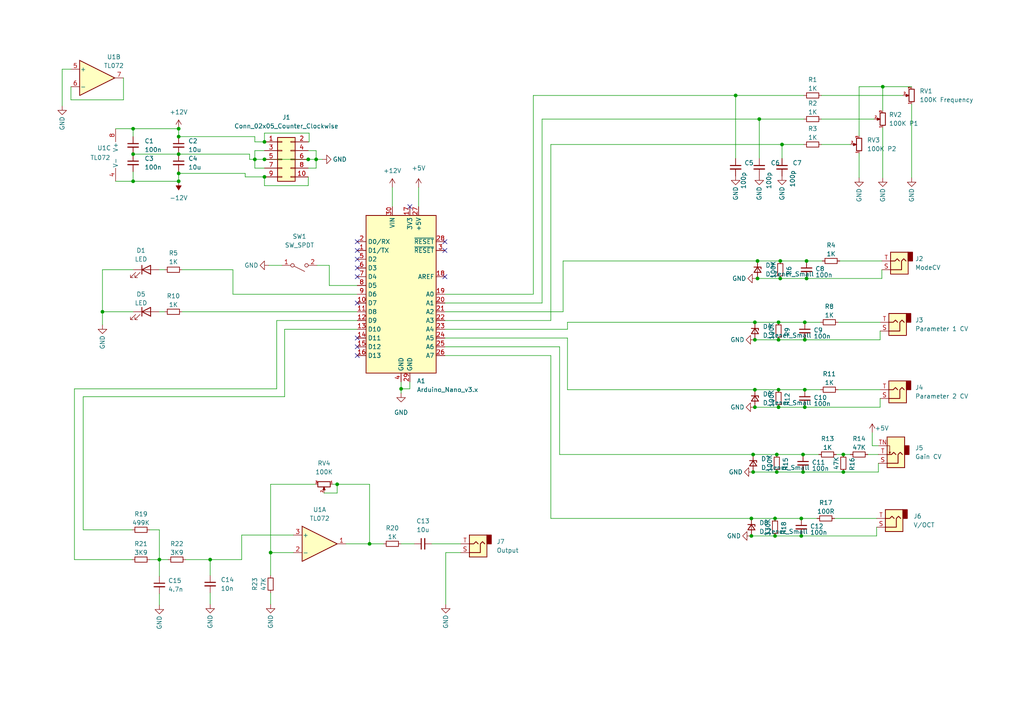
<source format=kicad_sch>
(kicad_sch (version 20211123) (generator eeschema)
  (paper "A4")
  (lib_symbols
    (symbol "Amplifier_Operational:TL072" (pin_names (offset 0.127))
      (property "Reference" "U" (at 0 5.08 0))
      (property "Value" "TL072" (at 0 -5.08 0))
      (symbol "TL072_1_1"
        (polyline (pts (xy -5.08 5.08) (xy 5.08 0) (xy -5.08 -5.08) (xy -5.08 5.08)) (stroke (width 0.254)) (fill (type background)))
        (pin output line (at 7.62 0 180) (length 2.54) (name "~") (number "1"))
        (pin input line (at -7.62 -2.54 0) (length 2.54) (name "-") (number "2"))
        (pin input line (at -7.62 2.54 0) (length 2.54) (name "+") (number "3"))
      )
      (symbol "TL072_2_1"
        (polyline (pts (xy -5.08 5.08) (xy 5.08 0) (xy -5.08 -5.08) (xy -5.08 5.08)) (stroke (width 0.254)) (fill (type background)))
        (pin input line (at -7.62 2.54 0) (length 2.54) (name "+") (number "5"))
        (pin input line (at -7.62 -2.54 0) (length 2.54) (name "-") (number "6"))
        (pin output line (at 7.62 0 180) (length 2.54) (name "~") (number "7"))
      )
      (symbol "TL072_3_1"
        (pin power_in line (at -2.54 -7.62 90) (length 3.81) (name "V-") (number "4"))
        (pin power_in line (at -2.54 7.62 270) (length 3.81) (name "V+") (number "8"))
      )
    )
    (symbol "Connector:AudioJack2"
      (property "Reference" "J" (at 0 8.89 0))
      (property "Value" "AudioJack2" (at 0 6.35 0))
      (symbol "AudioJack2_0_1"
        (rectangle (start -3.81 0) (end -2.54 -2.54) (stroke (width 0.254)) (fill (type outline)))
        (rectangle (start -2.54 3.81) (end 2.54 -2.54) (stroke (width 0.254)) (fill (type background)))
        (polyline (pts (xy 0 0) (xy 0.635 -0.635) (xy 1.27 0) (xy 2.54 0)) (stroke (width 0.254)))
        (polyline (pts (xy 2.54 2.54) (xy -0.635 2.54) (xy -0.635 0) (xy -1.27 -0.635) (xy -1.905 0)) (stroke (width 0.254)))
      )
      (symbol "AudioJack2_1_1"
        (pin passive line (at 5.08 2.54 180) (length 2.54) (name "~") (number "S"))
        (pin passive line (at 5.08 0 180) (length 2.54) (name "~") (number "T"))
      )
    )
    (symbol "Connector:AudioJack2_SwitchT"
      (property "Reference" "J" (at 0 8.89 0))
      (property "Value" "AudioJack2_SwitchT" (at 0 6.35 0))
      (symbol "AudioJack2_SwitchT_0_1"
        (rectangle (start -2.54 0) (end -3.81 -2.54) (stroke (width 0.254)) (fill (type outline)))
        (polyline (pts (xy 1.778 -0.254) (xy 2.032 -0.762)))
        (polyline (pts (xy 0 0) (xy 0.635 -0.635) (xy 1.27 0) (xy 2.54 0)) (stroke (width 0.254)))
        (polyline (pts (xy 2.54 -2.54) (xy 1.778 -2.54) (xy 1.778 -0.254) (xy 1.524 -0.762)))
        (polyline (pts (xy 2.54 2.54) (xy -0.635 2.54) (xy -0.635 0) (xy -1.27 -0.635) (xy -1.905 0)) (stroke (width 0.254)))
        (rectangle (start 2.54 3.81) (end -2.54 -5.08) (stroke (width 0.254)) (fill (type background)))
      )
      (symbol "AudioJack2_SwitchT_1_1"
        (pin passive line (at 5.08 2.54 180) (length 2.54) (name "~") (number "S"))
        (pin passive line (at 5.08 0 180) (length 2.54) (name "~") (number "T"))
        (pin passive line (at 5.08 -2.54 180) (length 2.54) (name "~") (number "TN"))
      )
    )
    (symbol "Connector_Generic:Conn_02x05_Odd_Even" (pin_names (offset 1.016) hide)
      (property "Reference" "J" (at 1.27 7.62 0))
      (property "Value" "Conn_02x05_Odd_Even" (at 1.27 -7.62 0))
      (symbol "Conn_02x05_Odd_Even_1_1"
        (rectangle (start -1.27 -4.953) (end 0 -5.207) (stroke (width 0.1524)))
        (rectangle (start -1.27 -2.413) (end 0 -2.667) (stroke (width 0.1524)))
        (rectangle (start -1.27 0.127) (end 0 -0.127) (stroke (width 0.1524)))
        (rectangle (start -1.27 2.667) (end 0 2.413) (stroke (width 0.1524)))
        (rectangle (start -1.27 5.207) (end 0 4.953) (stroke (width 0.1524)))
        (rectangle (start -1.27 6.35) (end 3.81 -6.35) (stroke (width 0.254)) (fill (type background)))
        (rectangle (start 3.81 -4.953) (end 2.54 -5.207) (stroke (width 0.1524)))
        (rectangle (start 3.81 -2.413) (end 2.54 -2.667) (stroke (width 0.1524)))
        (rectangle (start 3.81 0.127) (end 2.54 -0.127) (stroke (width 0.1524)))
        (rectangle (start 3.81 2.667) (end 2.54 2.413) (stroke (width 0.1524)))
        (rectangle (start 3.81 5.207) (end 2.54 4.953) (stroke (width 0.1524)))
        (pin passive line (at -5.08 5.08 0) (length 3.81) (name "Pin_1") (number "1"))
        (pin passive line (at 7.62 -5.08 180) (length 3.81) (name "Pin_10") (number "10"))
        (pin passive line (at 7.62 5.08 180) (length 3.81) (name "Pin_2") (number "2"))
        (pin passive line (at -5.08 2.54 0) (length 3.81) (name "Pin_3") (number "3"))
        (pin passive line (at 7.62 2.54 180) (length 3.81) (name "Pin_4") (number "4"))
        (pin passive line (at -5.08 0 0) (length 3.81) (name "Pin_5") (number "5"))
        (pin passive line (at 7.62 0 180) (length 3.81) (name "Pin_6") (number "6"))
        (pin passive line (at -5.08 -2.54 0) (length 3.81) (name "Pin_7") (number "7"))
        (pin passive line (at 7.62 -2.54 180) (length 3.81) (name "Pin_8") (number "8"))
        (pin passive line (at -5.08 -5.08 0) (length 3.81) (name "Pin_9") (number "9"))
      )
    )
    (symbol "Device:C_Small" (pin_numbers hide) (pin_names (offset 0.254) hide)
      (property "Reference" "C" (at 0.254 1.778 0))
      (property "Value" "C_Small" (at 0.254 -2.032 0))
      (symbol "C_Small_0_1"
        (polyline (pts (xy -1.524 -0.508) (xy 1.524 -0.508)) (stroke (width 0.3302)))
        (polyline (pts (xy -1.524 0.508) (xy 1.524 0.508)) (stroke (width 0.3048)))
      )
      (symbol "C_Small_1_1"
        (pin passive line (at 0 2.54 270) (length 2.032) (name "~") (number "1"))
        (pin passive line (at 0 -2.54 90) (length 2.032) (name "~") (number "2"))
      )
    )
    (symbol "Device:D_Zener_Small" (pin_numbers hide) (pin_names (offset 0.254) hide)
      (property "Reference" "D" (at 0 2.286 0))
      (property "Value" "D_Zener_Small" (at 0 -2.286 0))
      (symbol "D_Zener_Small_0_1"
        (polyline (pts (xy 0.762 0) (xy -0.762 0)))
        (polyline (pts (xy -0.254 1.016) (xy -0.762 1.016) (xy -0.762 -1.016)) (stroke (width 0.254)))
        (polyline (pts (xy 0.762 1.016) (xy -0.762 0) (xy 0.762 -1.016) (xy 0.762 1.016)) (stroke (width 0.254)))
      )
      (symbol "D_Zener_Small_1_1"
        (pin passive line (at -2.54 0 0) (length 1.778) (name "K") (number "1"))
        (pin passive line (at 2.54 0 180) (length 1.778) (name "A") (number "2"))
      )
    )
    (symbol "Device:LED" (pin_numbers hide) (pin_names (offset 1.016) hide)
      (property "Reference" "D" (at 0 2.54 0))
      (property "Value" "LED" (at 0 -2.54 0))
      (symbol "LED_0_1"
        (polyline (pts (xy -1.27 -1.27) (xy -1.27 1.27)) (stroke (width 0.254)))
        (polyline (pts (xy -1.27 0) (xy 1.27 0)))
        (polyline (pts (xy 1.27 -1.27) (xy 1.27 1.27) (xy -1.27 0) (xy 1.27 -1.27)) (stroke (width 0.254)))
        (polyline (pts (xy -3.048 -0.762) (xy -4.572 -2.286) (xy -3.81 -2.286) (xy -4.572 -2.286) (xy -4.572 -1.524)))
        (polyline (pts (xy -1.778 -0.762) (xy -3.302 -2.286) (xy -2.54 -2.286) (xy -3.302 -2.286) (xy -3.302 -1.524)))
      )
      (symbol "LED_1_1"
        (pin passive line (at -3.81 0 0) (length 2.54) (name "K") (number "1"))
        (pin passive line (at 3.81 0 180) (length 2.54) (name "A") (number "2"))
      )
    )
    (symbol "Device:R_Potentiometer_Small" (pin_names (offset 1.016) hide)
      (property "Reference" "RV" (at -4.445 0 90))
      (property "Value" "R_Potentiometer_Small" (at -2.54 0 90))
      (symbol "R_Potentiometer_Small_0_1"
        (polyline (pts (xy 0.889 0) (xy 0.635 0) (xy 1.651 0.381) (xy 1.651 -0.381) (xy 0.635 0) (xy 0.889 0)) (fill (type outline)))
        (rectangle (start 0.762 1.8034) (end -0.762 -1.8034) (stroke (width 0.254)))
      )
      (symbol "R_Potentiometer_Small_1_1"
        (pin passive line (at 0 2.54 270) (length 0.635) (name "1") (number "1"))
        (pin passive line (at 2.54 0 180) (length 0.9906) (name "2") (number "2"))
        (pin passive line (at 0 -2.54 90) (length 0.635) (name "3") (number "3"))
      )
    )
    (symbol "Device:R_Small" (pin_numbers hide) (pin_names (offset 0.254) hide)
      (property "Reference" "R" (at 0.762 0.508 0))
      (property "Value" "R_Small" (at 0.762 -1.016 0))
      (symbol "R_Small_0_1"
        (rectangle (start -0.762 1.778) (end 0.762 -1.778) (stroke (width 0.2032)))
      )
      (symbol "R_Small_1_1"
        (pin passive line (at 0 2.54 270) (length 0.762) (name "~") (number "1"))
        (pin passive line (at 0 -2.54 90) (length 0.762) (name "~") (number "2"))
      )
    )
    (symbol "MCU_Module:Arduino_Nano_v3.x"
      (property "Reference" "A" (at -10.16 23.495 0))
      (property "Value" "Arduino_Nano_v3.x" (at 5.08 -24.13 0))
      (symbol "Arduino_Nano_v3.x_0_1"
        (rectangle (start -10.16 22.86) (end 10.16 -22.86) (stroke (width 0.254)) (fill (type background)))
      )
      (symbol "Arduino_Nano_v3.x_1_1"
        (pin bidirectional line (at -12.7 12.7 0) (length 2.54) (name "D1/TX") (number "1"))
        (pin bidirectional line (at -12.7 -2.54 0) (length 2.54) (name "D7") (number "10"))
        (pin bidirectional line (at -12.7 -5.08 0) (length 2.54) (name "D8") (number "11"))
        (pin bidirectional line (at -12.7 -7.62 0) (length 2.54) (name "D9") (number "12"))
        (pin bidirectional line (at -12.7 -10.16 0) (length 2.54) (name "D10") (number "13"))
        (pin bidirectional line (at -12.7 -12.7 0) (length 2.54) (name "D11") (number "14"))
        (pin bidirectional line (at -12.7 -15.24 0) (length 2.54) (name "D12") (number "15"))
        (pin bidirectional line (at -12.7 -17.78 0) (length 2.54) (name "D13") (number "16"))
        (pin power_out line (at 2.54 25.4 270) (length 2.54) (name "3V3") (number "17"))
        (pin input line (at 12.7 5.08 180) (length 2.54) (name "AREF") (number "18"))
        (pin bidirectional line (at 12.7 0 180) (length 2.54) (name "A0") (number "19"))
        (pin bidirectional line (at -12.7 15.24 0) (length 2.54) (name "D0/RX") (number "2"))
        (pin bidirectional line (at 12.7 -2.54 180) (length 2.54) (name "A1") (number "20"))
        (pin bidirectional line (at 12.7 -5.08 180) (length 2.54) (name "A2") (number "21"))
        (pin bidirectional line (at 12.7 -7.62 180) (length 2.54) (name "A3") (number "22"))
        (pin bidirectional line (at 12.7 -10.16 180) (length 2.54) (name "A4") (number "23"))
        (pin bidirectional line (at 12.7 -12.7 180) (length 2.54) (name "A5") (number "24"))
        (pin bidirectional line (at 12.7 -15.24 180) (length 2.54) (name "A6") (number "25"))
        (pin bidirectional line (at 12.7 -17.78 180) (length 2.54) (name "A7") (number "26"))
        (pin power_out line (at 5.08 25.4 270) (length 2.54) (name "+5V") (number "27"))
        (pin input line (at 12.7 15.24 180) (length 2.54) (name "~{RESET}") (number "28"))
        (pin power_in line (at 2.54 -25.4 90) (length 2.54) (name "GND") (number "29"))
        (pin input line (at 12.7 12.7 180) (length 2.54) (name "~{RESET}") (number "3"))
        (pin power_in line (at -2.54 25.4 270) (length 2.54) (name "VIN") (number "30"))
        (pin power_in line (at 0 -25.4 90) (length 2.54) (name "GND") (number "4"))
        (pin bidirectional line (at -12.7 10.16 0) (length 2.54) (name "D2") (number "5"))
        (pin bidirectional line (at -12.7 7.62 0) (length 2.54) (name "D3") (number "6"))
        (pin bidirectional line (at -12.7 5.08 0) (length 2.54) (name "D4") (number "7"))
        (pin bidirectional line (at -12.7 2.54 0) (length 2.54) (name "D5") (number "8"))
        (pin bidirectional line (at -12.7 0 0) (length 2.54) (name "D6") (number "9"))
      )
    )
    (symbol "Switch:SW_SPST" (pin_names (offset 0) hide)
      (property "Reference" "SW" (at 0 3.175 0))
      (property "Value" "SW_SPST" (at 0 -2.54 0))
      (symbol "SW_SPST_0_0"
        (circle (center -2.032 0) (radius 0.508))
        (polyline (pts (xy -1.524 0.254) (xy 1.524 1.778)))
        (circle (center 2.032 0) (radius 0.508))
      )
      (symbol "SW_SPST_1_1"
        (pin passive line (at -5.08 0 0) (length 2.54) (name "A") (number "1"))
        (pin passive line (at 5.08 0 180) (length 2.54) (name "B") (number "2"))
      )
    )
    (symbol "power:+12V" (power) (pin_names (offset 0))
      (property "Value" "+12V" (at 0 3.556 0))
      (symbol "+12V_0_1"
        (polyline (pts (xy -0.762 1.27) (xy 0 2.54)))
        (polyline (pts (xy 0 0) (xy 0 2.54)))
        (polyline (pts (xy 0 2.54) (xy 0.762 1.27)))
      )
      (symbol "+12V_1_1"
        (pin power_in line (at 0 0 90) (length 0) hide (name "+12V") (number "1"))
      )
    )
    (symbol "power:+5V" (power) (pin_names (offset 0))
      (property "Value" "+5V" (at 0 3.556 0))
      (symbol "+5V_0_1"
        (polyline (pts (xy -0.762 1.27) (xy 0 2.54)))
        (polyline (pts (xy 0 0) (xy 0 2.54)))
        (polyline (pts (xy 0 2.54) (xy 0.762 1.27)))
      )
      (symbol "+5V_1_1"
        (pin power_in line (at 0 0 90) (length 0) hide (name "+5V") (number "1"))
      )
    )
    (symbol "power:-12V" (power) (pin_names (offset 0))
      (property "Value" "-12V" (at 0 3.81 0))
      (symbol "-12V_0_0"
        (pin power_in line (at 0 0 90) (length 0) hide (name "-12V") (number "1"))
      )
      (symbol "-12V_0_1"
        (polyline (pts (xy 0 0) (xy 0 1.27) (xy 0.762 1.27) (xy 0 2.54) (xy -0.762 1.27) (xy 0 1.27)) (fill (type outline)))
      )
    )
    (symbol "power:GND" (power) (pin_names (offset 0))
      (property "Value" "GND" (at 0 -3.81 0))
      (symbol "GND_0_1"
        (polyline (pts (xy 0 0) (xy 0 -1.27) (xy 1.27 -1.27) (xy 0 -2.54) (xy -1.27 -1.27) (xy 0 -1.27)))
      )
      (symbol "GND_1_1"
        (pin power_in line (at 0 0 270) (length 0) hide (name "GND") (number "1"))
      )
    )
  )
  (junction (at 51.816 52.578))
  (junction (at 213.36 27.686))
  (junction (at 89.408 46.228))
  (junction (at 51.816 39.624))
  (junction (at 226.314 75.692))
  (junction (at 116.332 112.776))
  (junction (at 218.44 136.906))
  (junction (at 244.602 131.826))
  (junction (at 97.79 140.462))
  (junction (at 51.816 50.292))
  (junction (at 76.708 51.308))
  (junction (at 224.79 150.368))
  (junction (at 76.708 46.228))
  (junction (at 225.806 113.03))
  (junction (at 232.41 150.368))
  (junction (at 218.948 118.11))
  (junction (at 226.314 80.772))
  (junction (at 232.41 155.448))
  (junction (at 220.218 34.544))
  (junction (at 107.188 157.734))
  (junction (at 38.608 44.704))
  (junction (at 233.426 113.03))
  (junction (at 219.71 75.692))
  (junction (at 225.806 118.11))
  (junction (at 256.032 25.146))
  (junction (at 218.948 113.03))
  (junction (at 217.932 155.448))
  (junction (at 217.932 150.368))
  (junction (at 218.948 98.552))
  (junction (at 78.486 160.274))
  (junction (at 76.708 41.148))
  (junction (at 91.694 46.228))
  (junction (at 233.426 118.11))
  (junction (at 29.718 90.424))
  (junction (at 244.602 136.906))
  (junction (at 225.806 93.472))
  (junction (at 38.608 37.338))
  (junction (at 225.806 98.552))
  (junction (at 38.608 52.578))
  (junction (at 233.426 93.472))
  (junction (at 225.298 131.826))
  (junction (at 46.228 162.306))
  (junction (at 219.71 80.772))
  (junction (at 226.822 41.91))
  (junction (at 232.918 131.826))
  (junction (at 73.914 46.228))
  (junction (at 233.934 75.692))
  (junction (at 224.79 155.448))
  (junction (at 218.948 93.472))
  (junction (at 218.44 131.826))
  (junction (at 233.934 80.772))
  (junction (at 60.96 162.306))
  (junction (at 51.816 37.338))
  (junction (at 232.918 136.906))
  (junction (at 51.816 44.704))
  (junction (at 225.298 136.906))
  (junction (at 233.426 98.552))
  (no_connect (at 103.632 103.124))
  (no_connect (at 103.632 100.584))
  (no_connect (at 103.632 98.044))
  (no_connect (at 103.632 87.884))
  (no_connect (at 103.632 70.104))
  (no_connect (at 129.032 70.104))
  (no_connect (at 129.032 80.264))
  (no_connect (at 103.632 77.724))
  (no_connect (at 103.632 72.644))
  (no_connect (at 103.632 75.184))
  (no_connect (at 129.032 72.644))
  (no_connect (at 118.872 59.944))
  (no_connect (at 103.632 80.264))
  (wire (pts (xy 43.434 153.67) (xy 46.228 153.67)))
  (wire (pts (xy 24.13 115.062) (xy 24.13 153.67)))
  (wire (pts (xy 254.762 136.906) (xy 254.762 134.366)))
  (wire (pts (xy 107.188 157.734) (xy 111.252 157.734)))
  (wire (pts (xy 242.062 150.368) (xy 254.254 150.368)))
  (wire (pts (xy 256.032 25.146) (xy 249.174 25.146)))
  (wire (pts (xy 52.832 90.424) (xy 103.632 90.424)))
  (wire (pts (xy 51.816 52.578) (xy 51.816 50.292)))
  (wire (pts (xy 80.264 112.776) (xy 80.264 92.964)))
  (wire (pts (xy 254.762 129.286) (xy 252.984 129.286)))
  (wire (pts (xy 78.486 160.274) (xy 78.486 166.878)))
  (wire (pts (xy 116.332 112.776) (xy 116.332 114.046)))
  (wire (pts (xy 77.978 76.962) (xy 81.788 76.962)))
  (wire (pts (xy 76.708 51.308) (xy 76.708 53.848)))
  (wire (pts (xy 95.504 76.962) (xy 95.504 82.804)))
  (wire (pts (xy 225.298 136.906) (xy 232.918 136.906)))
  (wire (pts (xy 21.59 112.776) (xy 80.264 112.776)))
  (wire (pts (xy 38.354 153.67) (xy 24.13 153.67)))
  (wire (pts (xy 220.218 34.544) (xy 220.218 45.974)))
  (wire (pts (xy 80.264 92.964) (xy 103.632 92.964)))
  (wire (pts (xy 91.694 46.228) (xy 91.694 48.768)))
  (wire (pts (xy 163.322 75.692) (xy 163.322 90.424)))
  (wire (pts (xy 238.252 41.91) (xy 246.634 41.91)))
  (wire (pts (xy 218.948 118.11) (xy 225.806 118.11)))
  (wire (pts (xy 159.766 103.124) (xy 159.766 150.368)))
  (wire (pts (xy 89.408 53.848) (xy 89.408 51.308)))
  (wire (pts (xy 51.816 37.338) (xy 51.816 39.624)))
  (wire (pts (xy 29.718 90.424) (xy 38.608 90.424)))
  (wire (pts (xy 76.708 51.308) (xy 71.12 51.308)))
  (wire (pts (xy 243.586 75.692) (xy 255.778 75.692)))
  (wire (pts (xy 163.322 75.692) (xy 219.71 75.692)))
  (wire (pts (xy 33.528 37.338) (xy 38.608 37.338)))
  (wire (pts (xy 38.608 52.578) (xy 51.816 52.578)))
  (wire (pts (xy 233.172 34.544) (xy 220.218 34.544)))
  (wire (pts (xy 72.39 44.704) (xy 72.39 46.228)))
  (wire (pts (xy 217.932 155.448) (xy 224.79 155.448)))
  (wire (pts (xy 217.932 150.368) (xy 224.79 150.368)))
  (wire (pts (xy 71.12 51.308) (xy 71.12 50.292)))
  (wire (pts (xy 232.918 136.906) (xy 244.602 136.906)))
  (wire (pts (xy 164.592 98.044) (xy 164.592 113.03)))
  (wire (pts (xy 78.486 171.958) (xy 78.486 175.26)))
  (wire (pts (xy 249.174 44.45) (xy 249.174 51.562)))
  (wire (pts (xy 51.816 44.704) (xy 72.39 44.704)))
  (wire (pts (xy 243.078 113.03) (xy 255.27 113.03)))
  (wire (pts (xy 162.306 131.826) (xy 218.44 131.826)))
  (wire (pts (xy 18.034 20.066) (xy 18.034 30.734)))
  (wire (pts (xy 219.71 80.772) (xy 226.314 80.772)))
  (wire (pts (xy 89.662 41.148) (xy 89.662 38.608)))
  (wire (pts (xy 213.36 27.686) (xy 213.36 45.974)))
  (wire (pts (xy 233.934 75.692) (xy 238.506 75.692)))
  (wire (pts (xy 53.848 162.306) (xy 60.96 162.306)))
  (wire (pts (xy 251.714 131.826) (xy 254.762 131.826)))
  (wire (pts (xy 38.608 44.704) (xy 51.816 44.704)))
  (wire (pts (xy 256.032 37.084) (xy 256.032 51.562)))
  (wire (pts (xy 78.486 160.274) (xy 78.486 140.462)))
  (wire (pts (xy 97.79 143.002) (xy 97.79 140.462)))
  (wire (pts (xy 226.822 41.91) (xy 233.172 41.91)))
  (wire (pts (xy 73.914 41.148) (xy 76.708 41.148)))
  (wire (pts (xy 35.814 28.956) (xy 35.814 22.606)))
  (wire (pts (xy 73.914 46.228) (xy 73.914 48.768)))
  (wire (pts (xy 233.426 113.03) (xy 237.998 113.03)))
  (wire (pts (xy 107.188 157.734) (xy 107.188 140.462)))
  (wire (pts (xy 129.286 160.274) (xy 129.286 175.26)))
  (wire (pts (xy 29.718 90.424) (xy 29.718 94.234)))
  (wire (pts (xy 91.694 43.688) (xy 91.694 46.228)))
  (wire (pts (xy 60.96 162.306) (xy 70.104 162.306)))
  (wire (pts (xy 226.314 75.692) (xy 233.934 75.692)))
  (wire (pts (xy 154.686 85.344) (xy 154.686 27.686)))
  (wire (pts (xy 218.44 136.906) (xy 225.298 136.906)))
  (wire (pts (xy 225.806 118.11) (xy 233.426 118.11)))
  (wire (pts (xy 219.456 80.772) (xy 219.71 80.772)))
  (wire (pts (xy 67.564 85.344) (xy 67.564 78.232)))
  (wire (pts (xy 93.98 143.002) (xy 97.79 143.002)))
  (wire (pts (xy 218.948 113.03) (xy 225.806 113.03)))
  (wire (pts (xy 164.592 113.03) (xy 218.948 113.03)))
  (wire (pts (xy 91.694 48.768) (xy 89.408 48.768)))
  (wire (pts (xy 71.12 50.292) (xy 51.816 50.292)))
  (wire (pts (xy 70.104 155.194) (xy 85.09 155.194)))
  (wire (pts (xy 225.806 113.03) (xy 233.426 113.03)))
  (wire (pts (xy 38.608 49.784) (xy 38.608 52.578)))
  (wire (pts (xy 29.718 78.232) (xy 38.608 78.232)))
  (wire (pts (xy 224.79 155.448) (xy 232.41 155.448)))
  (wire (pts (xy 159.766 92.964) (xy 159.766 41.91)))
  (wire (pts (xy 103.632 95.504) (xy 82.55 95.504)))
  (wire (pts (xy 157.226 34.544) (xy 157.226 87.884)))
  (wire (pts (xy 60.96 162.306) (xy 60.96 166.878)))
  (wire (pts (xy 82.55 115.062) (xy 24.13 115.062)))
  (wire (pts (xy 129.032 85.344) (xy 154.686 85.344)))
  (wire (pts (xy 232.41 155.448) (xy 254.254 155.448)))
  (wire (pts (xy 46.228 78.232) (xy 47.752 78.232)))
  (wire (pts (xy 264.414 25.146) (xy 256.032 25.146)))
  (wire (pts (xy 89.662 38.608) (xy 76.708 38.608)))
  (wire (pts (xy 224.79 150.368) (xy 232.41 150.368)))
  (wire (pts (xy 21.59 162.306) (xy 38.354 162.306)))
  (wire (pts (xy 255.27 118.11) (xy 255.27 115.57)))
  (wire (pts (xy 225.298 131.826) (xy 232.918 131.826)))
  (wire (pts (xy 60.96 171.958) (xy 60.96 175.26)))
  (wire (pts (xy 218.44 131.826) (xy 225.298 131.826)))
  (wire (pts (xy 252.984 125.476) (xy 252.984 129.286)))
  (wire (pts (xy 218.948 98.552) (xy 225.806 98.552)))
  (wire (pts (xy 46.228 162.306) (xy 48.768 162.306)))
  (wire (pts (xy 21.59 112.776) (xy 21.59 162.306)))
  (wire (pts (xy 244.602 136.906) (xy 254.762 136.906)))
  (wire (pts (xy 129.032 95.504) (xy 164.592 95.504)))
  (wire (pts (xy 91.948 76.962) (xy 95.504 76.962)))
  (wire (pts (xy 255.778 80.772) (xy 255.778 78.232)))
  (wire (pts (xy 164.592 93.472) (xy 218.948 93.472)))
  (wire (pts (xy 154.686 27.686) (xy 213.36 27.686)))
  (wire (pts (xy 96.52 140.462) (xy 97.79 140.462)))
  (wire (pts (xy 89.408 46.228) (xy 91.694 46.228)))
  (wire (pts (xy 43.434 162.306) (xy 46.228 162.306)))
  (wire (pts (xy 116.332 110.744) (xy 116.332 112.776)))
  (wire (pts (xy 125.222 157.734) (xy 133.604 157.734)))
  (wire (pts (xy 72.39 46.228) (xy 73.914 46.228)))
  (wire (pts (xy 20.574 28.956) (xy 35.814 28.956)))
  (wire (pts (xy 233.426 98.552) (xy 255.27 98.552)))
  (wire (pts (xy 51.816 39.624) (xy 73.914 39.624)))
  (wire (pts (xy 159.766 150.368) (xy 217.932 150.368)))
  (wire (pts (xy 38.608 37.338) (xy 51.816 37.338)))
  (wire (pts (xy 254.254 155.448) (xy 254.254 152.908)))
  (wire (pts (xy 76.708 53.848) (xy 89.408 53.848)))
  (wire (pts (xy 116.332 157.734) (xy 120.142 157.734)))
  (wire (pts (xy 255.27 98.552) (xy 255.27 96.012)))
  (wire (pts (xy 129.032 98.044) (xy 164.592 98.044)))
  (wire (pts (xy 73.914 43.688) (xy 73.914 46.228)))
  (wire (pts (xy 70.104 162.306) (xy 70.104 155.194)))
  (wire (pts (xy 218.948 93.472) (xy 225.806 93.472)))
  (wire (pts (xy 73.914 46.228) (xy 76.708 46.228)))
  (wire (pts (xy 76.708 46.228) (xy 89.408 46.228)))
  (wire (pts (xy 233.172 27.686) (xy 213.36 27.686)))
  (wire (pts (xy 220.218 34.544) (xy 157.226 34.544)))
  (wire (pts (xy 162.306 100.584) (xy 162.306 131.826)))
  (wire (pts (xy 82.55 95.504) (xy 82.55 115.062)))
  (wire (pts (xy 233.426 93.472) (xy 237.998 93.472)))
  (wire (pts (xy 113.792 54.356) (xy 113.792 59.944)))
  (wire (pts (xy 225.806 98.552) (xy 233.426 98.552)))
  (wire (pts (xy 89.408 41.148) (xy 89.662 41.148)))
  (wire (pts (xy 46.228 90.424) (xy 47.752 90.424)))
  (wire (pts (xy 238.252 27.686) (xy 261.874 27.686)))
  (wire (pts (xy 226.822 45.974) (xy 226.822 41.91)))
  (wire (pts (xy 103.632 85.344) (xy 67.564 85.344)))
  (wire (pts (xy 29.718 78.232) (xy 29.718 90.424)))
  (wire (pts (xy 20.574 25.146) (xy 20.574 28.956)))
  (wire (pts (xy 253.492 34.544) (xy 238.252 34.544)))
  (wire (pts (xy 46.228 153.67) (xy 46.228 162.306)))
  (wire (pts (xy 118.872 110.744) (xy 118.872 112.776)))
  (wire (pts (xy 38.608 37.338) (xy 38.608 39.624)))
  (wire (pts (xy 89.408 43.688) (xy 91.694 43.688)))
  (wire (pts (xy 129.032 100.584) (xy 162.306 100.584)))
  (wire (pts (xy 233.426 118.11) (xy 255.27 118.11)))
  (wire (pts (xy 232.918 131.826) (xy 237.49 131.826)))
  (wire (pts (xy 232.41 150.368) (xy 236.982 150.368)))
  (wire (pts (xy 164.592 95.504) (xy 164.592 93.472)))
  (wire (pts (xy 256.032 25.146) (xy 256.032 32.004)))
  (wire (pts (xy 121.412 54.356) (xy 121.412 59.944)))
  (wire (pts (xy 46.228 162.306) (xy 46.228 167.132)))
  (wire (pts (xy 226.314 80.772) (xy 233.934 80.772)))
  (wire (pts (xy 249.174 25.146) (xy 249.174 39.37)))
  (wire (pts (xy 76.708 38.608) (xy 76.708 41.148)))
  (wire (pts (xy 76.708 43.688) (xy 73.914 43.688)))
  (wire (pts (xy 85.09 160.274) (xy 78.486 160.274)))
  (wire (pts (xy 225.806 93.472) (xy 233.426 93.472)))
  (wire (pts (xy 233.934 80.772) (xy 255.778 80.772)))
  (wire (pts (xy 33.528 52.578) (xy 38.608 52.578)))
  (wire (pts (xy 242.57 131.826) (xy 244.602 131.826)))
  (wire (pts (xy 163.322 90.424) (xy 129.032 90.424)))
  (wire (pts (xy 100.33 157.734) (xy 107.188 157.734)))
  (wire (pts (xy 264.414 30.226) (xy 264.414 51.562)))
  (wire (pts (xy 20.574 20.066) (xy 18.034 20.066)))
  (wire (pts (xy 244.602 131.826) (xy 246.634 131.826)))
  (wire (pts (xy 46.228 172.212) (xy 46.228 175.514)))
  (wire (pts (xy 52.832 78.232) (xy 67.564 78.232)))
  (wire (pts (xy 91.694 46.228) (xy 93.472 46.228)))
  (wire (pts (xy 129.032 103.124) (xy 159.766 103.124)))
  (wire (pts (xy 73.914 39.624) (xy 73.914 41.148)))
  (wire (pts (xy 97.79 140.462) (xy 107.188 140.462)))
  (wire (pts (xy 95.504 82.804) (xy 103.632 82.804)))
  (wire (pts (xy 51.816 50.292) (xy 51.816 49.784)))
  (wire (pts (xy 159.766 41.91) (xy 226.822 41.91)))
  (wire (pts (xy 73.914 48.768) (xy 76.708 48.768)))
  (wire (pts (xy 129.032 92.964) (xy 159.766 92.964)))
  (wire (pts (xy 133.604 160.274) (xy 129.286 160.274)))
  (wire (pts (xy 219.71 75.692) (xy 226.314 75.692)))
  (wire (pts (xy 157.226 87.884) (xy 129.032 87.884)))
  (wire (pts (xy 78.486 140.462) (xy 91.44 140.462)))
  (wire (pts (xy 118.872 112.776) (xy 116.332 112.776)))
  (wire (pts (xy 243.078 93.472) (xy 255.27 93.472)))
  (symbol (lib_id "Device:R_Small") (at 240.538 93.472 90) (unit 1)
    (property "Reference" "R8" (at 240.538 88.9 90))
    (property "Value" "1K" (at 240.538 91.44 90))
    (property "Footprint" "Resistor_SMD:R_0805_2012Metric_Pad1.20x1.40mm_HandSolder" (effects hide))
  )
  (symbol (lib_id "power:+12V") (at 113.792 54.356 0) (unit 1)
    (property "Reference" "#PWR011" (effects hide))
    (property "Value" "+12V" (at 113.792 49.53 0))
  )
  (symbol (lib_id "power:GND") (at 219.456 80.772 270) (unit 1)
    (property "Reference" "#PWR014" (effects hide))
    (property "Value" "GND" (at 212.344 80.772 90) (effects (justify left)))
  )
  (symbol (lib_id "Device:C_Small") (at 233.426 115.57 0) (unit 1)
    (property "Reference" "C10" (at 235.966 115.316 0) (effects (justify left)))
    (property "Value" "100n" (at 235.966 117.094 0) (effects (justify left)))
    (property "Footprint" "Capacitor_SMD:C_0805_2012Metric_Pad1.18x1.45mm_HandSolder" (effects hide))
  )
  (symbol (lib_id "Device:R_Small") (at 239.522 150.368 90) (unit 1)
    (property "Reference" "R17" (at 239.522 145.796 90))
    (property "Value" "100R" (at 239.522 148.336 90))
    (property "Footprint" "Resistor_SMD:R_0805_2012Metric_Pad1.20x1.40mm_HandSolder" (effects hide))
  )
  (symbol (lib_id "Connector:AudioJack2") (at 260.35 113.03 180) (unit 1)
    (property "Reference" "J4" (at 265.43 112.3949 0) (effects (justify right)))
    (property "Value" "Parameter 2 CV" (at 265.43 114.9349 0) (effects (justify right)))
    (property "Footprint" "Connector_Audio:Jack_3.5mm_QingPu_WQP-PJ398SM_Vertical_CircularHoles" (effects hide))
  )
  (symbol (lib_id "Device:R_Small") (at 226.314 78.232 180) (unit 1)
    (property "Reference" "R6" (at 228.854 78.486 90))
    (property "Value" "100K" (at 224.282 78.232 90))
    (property "Footprint" "Resistor_SMD:R_0805_2012Metric_Pad1.20x1.40mm_HandSolder" (effects hide))
  )
  (symbol (lib_id "Device:R_Small") (at 241.046 75.692 90) (unit 1)
    (property "Reference" "R4" (at 241.046 71.12 90))
    (property "Value" "1K" (at 241.046 73.66 90))
    (property "Footprint" "Resistor_SMD:R_0805_2012Metric_Pad1.20x1.40mm_HandSolder" (effects hide))
  )
  (symbol (lib_id "Device:R_Potentiometer_Small") (at 93.98 140.462 270) (unit 1)
    (property "Reference" "RV4" (at 93.98 134.366 90))
    (property "Value" "100K" (at 93.98 136.906 90))
    (property "Footprint" "Potentiometer_THT:Potentiometer_Bourns_3266W_Vertical" (effects hide))
  )
  (symbol (lib_id "Device:R_Small") (at 244.602 134.366 180) (unit 1)
    (property "Reference" "R16" (at 247.142 134.62 90))
    (property "Value" "47K" (at 242.57 134.366 90))
    (property "Footprint" "Resistor_SMD:R_0805_2012Metric_Pad1.20x1.40mm_HandSolder" (effects hide))
  )
  (symbol (lib_id "Device:C_Small") (at 233.934 78.232 0) (unit 1)
    (property "Reference" "C8" (at 236.474 77.978 0) (effects (justify left)))
    (property "Value" "100n" (at 236.474 79.756 0) (effects (justify left)))
    (property "Footprint" "Capacitor_SMD:C_0805_2012Metric_Pad1.18x1.45mm_HandSolder" (effects hide))
  )
  (symbol (lib_id "power:GND") (at 256.032 51.562 0) (unit 1)
    (property "Reference" "#PWR08" (effects hide))
    (property "Value" "GND" (at 256.032 58.674 90) (effects (justify left)))
  )
  (symbol (lib_id "Amplifier_Operational:TL072") (at 36.068 44.958 0) (unit 3)
    (property "Reference" "U1" (at 28.194 42.926 0) (effects (justify left)))
    (property "Value" "TL072" (at 26.162 45.72 0) (effects (justify left)))
    (property "Footprint" "Package_DIP:DIP-8_W7.62mm" (effects hide))
    (property "Datasheet" "http://www.ti.com/lit/ds/symlink/tl071.pdf" (effects hide))
  )
  (symbol (lib_id "Device:R_Small") (at 225.806 96.012 180) (unit 1)
    (property "Reference" "R9" (at 228.346 96.266 90))
    (property "Value" "100K" (at 223.774 96.012 90))
    (property "Footprint" "Resistor_SMD:R_0805_2012Metric_Pad1.20x1.40mm_HandSolder" (effects hide))
  )
  (symbol (lib_id "Device:R_Potentiometer_Small") (at 256.032 34.544 180) (unit 1)
    (property "Reference" "RV2" (at 257.81 33.2739 0) (effects (justify right)))
    (property "Value" "100K P1" (at 257.81 35.8139 0) (effects (justify right)))
    (property "Footprint" "Potentiometer_THT:Potentiometer_Alps_RK09L_Single_Vertical" (effects hide))
  )
  (symbol (lib_id "Device:C_Small") (at 60.96 169.418 0) (unit 1)
    (property "Reference" "C14" (at 64.008 168.1542 0) (effects (justify left)))
    (property "Value" "10n" (at 64.008 170.6942 0) (effects (justify left)))
    (property "Footprint" "Capacitor_SMD:C_0805_2012Metric_Pad1.18x1.45mm_HandSolder" (effects hide))
  )
  (symbol (lib_id "Device:R_Small") (at 78.486 169.418 180) (unit 1)
    (property "Reference" "R23" (at 73.914 169.418 90))
    (property "Value" "47K" (at 76.454 169.418 90))
    (property "Footprint" "Resistor_SMD:R_0805_2012Metric_Pad1.20x1.40mm_HandSolder" (effects hide))
  )
  (symbol (lib_id "power:GND") (at 116.332 114.046 0) (unit 1)
    (property "Reference" "#PWR017" (effects hide))
    (property "Value" "GND" (at 116.332 119.634 0))
  )
  (symbol (lib_id "Device:C_Small") (at 122.682 157.734 90) (unit 1)
    (property "Reference" "C13" (at 122.6883 151.13 90))
    (property "Value" "10u" (at 122.6883 153.67 90))
    (property "Footprint" "Capacitor_SMD:C_0805_2012Metric_Pad1.18x1.45mm_HandSolder" (effects hide))
  )
  (symbol (lib_id "power:+12V") (at 51.816 37.338 0) (unit 1)
    (property "Reference" "#PWR02" (effects hide))
    (property "Value" "+12V" (at 51.816 32.512 0))
  )
  (symbol (lib_id "Connector:AudioJack2") (at 260.858 75.692 180) (unit 1)
    (property "Reference" "J2" (at 265.43 75.0569 0) (effects (justify right)))
    (property "Value" "ModeCV" (at 265.43 77.5969 0) (effects (justify right)))
    (property "Footprint" "Connector_Audio:Jack_3.5mm_QingPu_WQP-PJ398SM_Vertical_CircularHoles" (effects hide))
  )
  (symbol (lib_id "Device:LED") (at 42.418 90.424 0) (unit 1)
    (property "Reference" "D5" (at 40.894 85.344 0))
    (property "Value" "LED" (at 40.894 87.884 0))
    (property "Footprint" "LED_THT:LED_D5.0mm" (effects hide))
  )
  (symbol (lib_id "power:GND") (at 226.822 51.054 0) (unit 1)
    (property "Reference" "#PWR06" (effects hide))
    (property "Value" "GND" (at 226.822 58.166 90) (effects (justify left)))
  )
  (symbol (lib_id "power:GND") (at 46.228 175.514 0) (unit 1)
    (property "Reference" "#PWR025" (effects hide))
    (property "Value" "GND" (at 46.228 182.626 90) (effects (justify left)))
  )
  (symbol (lib_id "Device:R_Small") (at 240.538 113.03 90) (unit 1)
    (property "Reference" "R11" (at 240.538 108.458 90))
    (property "Value" "1K" (at 240.538 110.998 90))
    (property "Footprint" "Resistor_SMD:R_0805_2012Metric_Pad1.20x1.40mm_HandSolder" (effects hide))
  )
  (symbol (lib_id "Device:C_Small") (at 38.608 42.164 0) (unit 1)
    (property "Reference" "C1" (at 41.91 40.9002 0) (effects (justify left)))
    (property "Value" "100n" (at 41.91 43.4402 0) (effects (justify left)))
    (property "Footprint" "Capacitor_SMD:C_0805_2012Metric_Pad1.18x1.45mm_HandSolder" (effects hide))
  )
  (symbol (lib_id "Device:R_Small") (at 40.894 162.306 90) (unit 1)
    (property "Reference" "R21" (at 40.894 157.734 90))
    (property "Value" "3K9" (at 40.894 160.274 90))
    (property "Footprint" "Resistor_SMD:R_0805_2012Metric_Pad1.20x1.40mm_HandSolder" (effects hide))
  )
  (symbol (lib_id "Connector_Generic:Conn_02x05_Odd_Even") (at 81.788 46.228 0) (unit 1)
    (property "Reference" "J1" (at 83.058 34.036 0))
    (property "Value" "Conn_02x05_Counter_Clockwise" (at 83.058 36.576 0))
    (property "Footprint" "Connector_PinHeader_2.54mm:PinHeader_2x05_P2.54mm_Vertical" (effects hide))
  )
  (symbol (lib_id "Device:C_Small") (at 213.36 48.514 0) (unit 1)
    (property "Reference" "C5" (at 215.9 47.2502 0) (effects (justify left)))
    (property "Value" "100p" (at 215.646 54.864 90) (effects (justify left)))
    (property "Footprint" "Capacitor_SMD:C_0805_2012Metric_Pad1.18x1.45mm_HandSolder" (effects hide))
  )
  (symbol (lib_id "Connector:AudioJack2") (at 138.684 157.734 180) (unit 1)
    (property "Reference" "J7" (at 144.018 157.0989 0) (effects (justify right)))
    (property "Value" "Output" (at 144.018 159.6389 0) (effects (justify right)))
    (property "Footprint" "Connector_Audio:Jack_3.5mm_QingPu_WQP-PJ398SM_Vertical_CircularHoles" (effects hide))
  )
  (symbol (lib_id "Device:R_Potentiometer_Small") (at 249.174 41.91 180) (unit 1)
    (property "Reference" "RV3" (at 251.46 40.6399 0) (effects (justify right)))
    (property "Value" "100K P2" (at 251.46 43.1799 0) (effects (justify right)))
    (property "Footprint" "Potentiometer_THT:Potentiometer_Alps_RK09L_Single_Vertical" (effects hide))
  )
  (symbol (lib_id "Connector:AudioJack2_SwitchT") (at 259.842 131.826 180) (unit 1)
    (property "Reference" "J5" (at 265.43 129.9209 0) (effects (justify right)))
    (property "Value" "Gain CV" (at 265.43 132.4609 0) (effects (justify right)))
    (property "Footprint" "Connector_Audio:Jack_3.5mm_QingPu_WQP-PJ398SM_Vertical_CircularHoles" (effects hide))
  )
  (symbol (lib_id "Device:R_Small") (at 235.712 34.544 90) (unit 1)
    (property "Reference" "R2" (at 235.712 29.972 90))
    (property "Value" "1K" (at 235.712 32.512 90))
    (property "Footprint" "Resistor_SMD:R_0805_2012Metric_Pad1.20x1.40mm_HandSolder" (effects hide))
  )
  (symbol (lib_id "Device:C_Small") (at 38.608 47.244 0) (unit 1)
    (property "Reference" "C3" (at 41.91 45.9802 0) (effects (justify left)))
    (property "Value" "100n" (at 41.91 48.5202 0) (effects (justify left)))
    (property "Footprint" "Capacitor_SMD:C_0805_2012Metric_Pad1.18x1.45mm_HandSolder" (effects hide))
  )
  (symbol (lib_id "Device:D_Zener_Small") (at 218.948 96.012 270) (unit 1)
    (property "Reference" "D4" (at 221.234 94.7419 90) (effects (justify left)))
    (property "Value" "D_Zener_Small" (at 221.234 97.2819 90) (effects (justify left)))
    (property "Footprint" "Diode_SMD:D_0805_2012Metric_Pad1.15x1.40mm_HandSolder" (effects hide))
  )
  (symbol (lib_id "Device:R_Small") (at 240.03 131.826 90) (unit 1)
    (property "Reference" "R13" (at 240.03 127.254 90))
    (property "Value" "1K" (at 240.03 129.794 90))
    (property "Footprint" "Resistor_SMD:R_0805_2012Metric_Pad1.20x1.40mm_HandSolder" (effects hide))
  )
  (symbol (lib_id "power:-12V") (at 51.816 52.578 180) (unit 1)
    (property "Reference" "#PWR010" (effects hide))
    (property "Value" "-12V" (at 51.816 57.404 0))
  )
  (symbol (lib_id "Device:C_Small") (at 220.218 48.514 0) (unit 1)
    (property "Reference" "C6" (at 223.52 47.2502 0) (effects (justify left)))
    (property "Value" "100p" (at 223.012 54.864 90) (effects (justify left)))
    (property "Footprint" "Capacitor_SMD:C_0805_2012Metric_Pad1.18x1.45mm_HandSolder" (effects hide))
  )
  (symbol (lib_id "power:+5V") (at 121.412 54.356 0) (unit 1)
    (property "Reference" "#PWR012" (effects hide))
    (property "Value" "+5V" (at 121.412 48.768 0))
  )
  (symbol (lib_id "Device:C_Small") (at 226.822 48.514 0) (unit 1)
    (property "Reference" "C7" (at 229.87 47.2502 0) (effects (justify left)))
    (property "Value" "100p" (at 229.87 54.356 90) (effects (justify left)))
    (property "Footprint" "Capacitor_SMD:C_0805_2012Metric_Pad1.18x1.45mm_HandSolder" (effects hide))
  )
  (symbol (lib_id "Device:R_Small") (at 235.712 41.91 90) (unit 1)
    (property "Reference" "R3" (at 235.712 37.338 90))
    (property "Value" "1K" (at 235.712 39.878 90))
    (property "Footprint" "Resistor_SMD:R_0805_2012Metric_Pad1.20x1.40mm_HandSolder" (effects hide))
  )
  (symbol (lib_id "power:GND") (at 218.948 98.552 270) (unit 1)
    (property "Reference" "#PWR015" (effects hide))
    (property "Value" "GND" (at 211.836 98.552 90) (effects (justify left)))
  )
  (symbol (lib_id "Device:LED") (at 42.418 78.232 0) (unit 1)
    (property "Reference" "D1" (at 40.894 72.644 0))
    (property "Value" "LED" (at 40.894 75.184 0))
    (property "Footprint" "LED_THT:LED_D5.0mm" (effects hide))
  )
  (symbol (lib_id "Device:D_Zener_Small") (at 219.71 78.232 270) (unit 1)
    (property "Reference" "D2" (at 221.996 76.9619 90) (effects (justify left)))
    (property "Value" "D_Zener_Small" (at 221.996 79.5019 90) (effects (justify left)))
    (property "Footprint" "Diode_SMD:D_0805_2012Metric_Pad1.15x1.40mm_HandSolder" (effects hide))
  )
  (symbol (lib_id "Amplifier_Operational:TL072") (at 28.194 22.606 0) (unit 2)
    (property "Reference" "U1" (at 33.02 16.51 0))
    (property "Value" "TL072" (at 33.02 19.05 0))
    (property "Footprint" "Package_DIP:DIP-8_W7.62mm" (effects hide))
    (property "Datasheet" "http://www.ti.com/lit/ds/symlink/tl071.pdf" (effects hide))
  )
  (symbol (lib_id "Device:D_Zener_Small") (at 217.932 152.908 270) (unit 1)
    (property "Reference" "D8" (at 220.218 151.6379 90) (effects (justify left)))
    (property "Value" "D_Zener_Small" (at 220.218 154.1779 90) (effects (justify left)))
    (property "Footprint" "Diode_SMD:D_0805_2012Metric_Pad1.15x1.40mm_HandSolder" (effects hide))
  )
  (symbol (lib_id "Device:R_Small") (at 249.174 131.826 90) (unit 1)
    (property "Reference" "R14" (at 249.174 127.254 90))
    (property "Value" "47K" (at 249.174 129.794 90))
    (property "Footprint" "Resistor_SMD:R_0805_2012Metric_Pad1.20x1.40mm_HandSolder" (effects hide))
  )
  (symbol (lib_id "Device:R_Small") (at 50.292 78.232 90) (unit 1)
    (property "Reference" "R5" (at 50.292 73.406 90))
    (property "Value" "1K" (at 50.292 75.946 90))
    (property "Footprint" "Resistor_SMD:R_0805_2012Metric_Pad1.20x1.40mm_HandSolder" (effects hide))
  )
  (symbol (lib_id "power:+5V") (at 252.984 125.476 0) (unit 1)
    (property "Reference" "#PWR019" (effects hide))
    (property "Value" "+5V" (at 257.81 124.206 0) (effects (justify right)))
  )
  (symbol (lib_id "Device:C_Small") (at 51.816 42.164 0) (unit 1)
    (property "Reference" "C2" (at 54.61 40.9002 0) (effects (justify left)))
    (property "Value" "10u" (at 54.61 43.4402 0) (effects (justify left)))
    (property "Footprint" "Capacitor_SMD:C_0805_2012Metric_Pad1.18x1.45mm_HandSolder" (effects hide))
  )
  (symbol (lib_id "power:GND") (at 213.36 51.054 0) (unit 1)
    (property "Reference" "#PWR04" (effects hide))
    (property "Value" "GND" (at 213.36 58.166 90) (effects (justify left)))
  )
  (symbol (lib_id "power:GND") (at 78.486 175.26 0) (unit 1)
    (property "Reference" "#PWR023" (effects hide))
    (property "Value" "GND" (at 78.486 182.372 90) (effects (justify left)))
  )
  (symbol (lib_id "Device:R_Small") (at 113.792 157.734 90) (unit 1)
    (property "Reference" "R20" (at 113.792 153.162 90))
    (property "Value" "1K" (at 113.792 155.702 90))
    (property "Footprint" "Resistor_SMD:R_0805_2012Metric_Pad1.20x1.40mm_HandSolder" (effects hide))
  )
  (symbol (lib_id "power:GND") (at 264.414 51.562 0) (unit 1)
    (property "Reference" "#PWR09" (effects hide))
    (property "Value" "GND" (at 264.414 58.674 90) (effects (justify left)))
  )
  (symbol (lib_id "Device:R_Small") (at 51.308 162.306 90) (unit 1)
    (property "Reference" "R22" (at 51.308 157.734 90))
    (property "Value" "3K9" (at 51.308 160.274 90))
    (property "Footprint" "Resistor_SMD:R_0805_2012Metric_Pad1.20x1.40mm_HandSolder" (effects hide))
  )
  (symbol (lib_id "Amplifier_Operational:TL072") (at 92.71 157.734 0) (unit 1)
    (property "Reference" "U1" (at 92.71 147.828 0))
    (property "Value" "TL072" (at 92.71 150.368 0))
    (property "Footprint" "Package_DIP:DIP-8_W7.62mm" (effects hide))
    (property "Datasheet" "http://www.ti.com/lit/ds/symlink/tl071.pdf" (effects hide))
  )
  (symbol (lib_id "power:GND") (at 218.948 118.11 270) (unit 1)
    (property "Reference" "#PWR018" (effects hide))
    (property "Value" "GND" (at 211.836 118.11 90) (effects (justify left)))
  )
  (symbol (lib_id "Switch:SW_SPST") (at 86.868 76.962 0) (mirror x) (unit 1)
    (property "Reference" "SW1" (at 86.868 68.58 0))
    (property "Value" "SW_SPDT" (at 86.868 71.12 0))
    (property "Footprint" "Button_Switch_THT:SW_PUSH_6mm_H5mm" (effects hide))
  )
  (symbol (lib_id "Device:D_Zener_Small") (at 218.948 115.57 270) (unit 1)
    (property "Reference" "D6" (at 221.234 114.2999 90) (effects (justify left)))
    (property "Value" "D_Zener_Small" (at 221.234 116.8399 90) (effects (justify left)))
    (property "Footprint" "Diode_SMD:D_0805_2012Metric_Pad1.15x1.40mm_HandSolder" (effects hide))
  )
  (symbol (lib_id "power:GND") (at 60.96 175.26 0) (unit 1)
    (property "Reference" "#PWR022" (effects hide))
    (property "Value" "GND" (at 60.96 182.372 90) (effects (justify left)))
  )
  (symbol (lib_id "power:GND") (at 18.034 30.734 0) (unit 1)
    (property "Reference" "#PWR01" (effects hide))
    (property "Value" "GND" (at 18.034 37.846 90) (effects (justify left)))
  )
  (symbol (lib_id "MCU_Module:Arduino_Nano_v3.x") (at 116.332 85.344 0) (unit 1)
    (property "Reference" "A1" (at 120.8914 110.49 0) (effects (justify left)))
    (property "Value" "Arduino_Nano_v3.x" (at 120.8914 113.03 0) (effects (justify left)))
    (property "Footprint" "Module:Arduino_Nano" (effects hide))
    (property "Datasheet" "http://www.mouser.com/pdfdocs/Gravitech_Arduino_Nano3_0.pdf" (effects hide))
  )
  (symbol (lib_id "Device:R_Small") (at 224.79 152.908 180) (unit 1)
    (property "Reference" "R18" (at 227.33 153.162 90))
    (property "Value" "330K" (at 222.758 152.908 90))
    (property "Footprint" "Resistor_SMD:R_0805_2012Metric_Pad1.20x1.40mm_HandSolder" (effects hide))
  )
  (symbol (lib_id "Connector:AudioJack2") (at 260.35 93.472 180) (unit 1)
    (property "Reference" "J3" (at 265.43 92.8369 0) (effects (justify right)))
    (property "Value" "Parameter 1 CV" (at 265.43 95.3769 0) (effects (justify right)))
    (property "Footprint" "Connector_Audio:Jack_3.5mm_QingPu_WQP-PJ398SM_Vertical_CircularHoles" (effects hide))
  )
  (symbol (lib_id "Device:R_Small") (at 225.298 134.366 180) (unit 1)
    (property "Reference" "R15" (at 227.838 134.62 90))
    (property "Value" "100K" (at 223.266 134.366 90))
    (property "Footprint" "Resistor_SMD:R_0805_2012Metric_Pad1.20x1.40mm_HandSolder" (effects hide))
  )
  (symbol (lib_id "Device:R_Small") (at 225.806 115.57 180) (unit 1)
    (property "Reference" "R12" (at 228.346 115.824 90))
    (property "Value" "100K" (at 223.774 115.57 90))
    (property "Footprint" "Resistor_SMD:R_0805_2012Metric_Pad1.20x1.40mm_HandSolder" (effects hide))
  )
  (symbol (lib_id "power:GND") (at 218.44 136.906 270) (unit 1)
    (property "Reference" "#PWR020" (effects hide))
    (property "Value" "GND" (at 211.328 136.906 90) (effects (justify left)))
  )
  (symbol (lib_id "Device:C_Small") (at 232.918 134.366 0) (unit 1)
    (property "Reference" "C11" (at 235.458 134.112 0) (effects (justify left)))
    (property "Value" "100n" (at 235.458 135.89 0) (effects (justify left)))
    (property "Footprint" "Capacitor_SMD:C_0805_2012Metric_Pad1.18x1.45mm_HandSolder" (effects hide))
  )
  (symbol (lib_id "Device:C_Small") (at 46.228 169.672 0) (unit 1)
    (property "Reference" "C15" (at 48.768 168.4082 0) (effects (justify left)))
    (property "Value" "4.7n" (at 48.768 170.9482 0) (effects (justify left)))
    (property "Footprint" "Capacitor_SMD:C_0805_2012Metric_Pad1.18x1.45mm_HandSolder" (effects hide))
  )
  (symbol (lib_id "power:GND") (at 220.218 51.054 0) (unit 1)
    (property "Reference" "#PWR05" (effects hide))
    (property "Value" "GND" (at 220.218 58.166 90) (effects (justify left)))
  )
  (symbol (lib_id "power:GND") (at 93.472 46.228 90) (unit 1)
    (property "Reference" "#PWR03" (effects hide))
    (property "Value" "GND" (at 100.584 46.228 90) (effects (justify left)))
  )
  (symbol (lib_id "Connector:AudioJack2") (at 259.334 150.368 180) (unit 1)
    (property "Reference" "J6" (at 264.922 149.7329 0) (effects (justify right)))
    (property "Value" "V/OCT" (at 264.922 152.2729 0) (effects (justify right)))
    (property "Footprint" "Connector_Audio:Jack_3.5mm_QingPu_WQP-PJ398SM_Vertical_CircularHoles" (effects hide))
  )
  (symbol (lib_id "Device:C_Small") (at 51.816 47.244 0) (unit 1)
    (property "Reference" "C4" (at 54.61 45.9802 0) (effects (justify left)))
    (property "Value" "10u" (at 54.61 48.5202 0) (effects (justify left)))
    (property "Footprint" "Capacitor_SMD:C_0805_2012Metric_Pad1.18x1.45mm_HandSolder" (effects hide))
  )
  (symbol (lib_id "power:GND") (at 129.286 175.26 0) (unit 1)
    (property "Reference" "#PWR024" (effects hide))
    (property "Value" "GND" (at 129.286 182.372 90) (effects (justify left)))
  )
  (symbol (lib_id "Device:C_Small") (at 232.41 152.908 0) (unit 1)
    (property "Reference" "C12" (at 234.95 152.654 0) (effects (justify left)))
    (property "Value" "100n" (at 234.95 154.432 0) (effects (justify left)))
    (property "Footprint" "Capacitor_SMD:C_0805_2012Metric_Pad1.18x1.45mm_HandSolder" (effects hide))
  )
  (symbol (lib_id "Device:C_Small") (at 233.426 96.012 0) (unit 1)
    (property "Reference" "C9" (at 235.966 95.758 0) (effects (justify left)))
    (property "Value" "100n" (at 235.966 97.536 0) (effects (justify left)))
    (property "Footprint" "Capacitor_SMD:C_0805_2012Metric_Pad1.18x1.45mm_HandSolder" (effects hide))
  )
  (symbol (lib_id "Device:D_Zener_Small") (at 218.44 134.366 270) (unit 1)
    (property "Reference" "D7" (at 220.726 133.0959 90) (effects (justify left)))
    (property "Value" "D_Zener_Small" (at 220.726 135.6359 90) (effects (justify left)))
    (property "Footprint" "Diode_SMD:D_0805_2012Metric_Pad1.15x1.40mm_HandSolder" (effects hide))
  )
  (symbol (lib_id "power:GND") (at 29.718 94.234 0) (unit 1)
    (property "Reference" "#PWR016" (effects hide))
    (property "Value" "GND" (at 29.718 101.346 90) (effects (justify left)))
  )
  (symbol (lib_id "Device:R_Small") (at 50.292 90.424 90) (unit 1)
    (property "Reference" "R10" (at 50.292 85.852 90))
    (property "Value" "1K" (at 50.292 88.392 90))
    (property "Footprint" "Resistor_SMD:R_0805_2012Metric_Pad1.20x1.40mm_HandSolder" (effects hide))
  )
  (symbol (lib_id "Device:R_Small") (at 40.894 153.67 90) (unit 1)
    (property "Reference" "R19" (at 40.894 149.098 90))
    (property "Value" "499K" (at 40.894 151.638 90))
    (property "Footprint" "Resistor_SMD:R_0805_2012Metric_Pad1.20x1.40mm_HandSolder" (effects hide))
  )
  (symbol (lib_id "Device:R_Potentiometer_Small") (at 264.414 27.686 180) (unit 1)
    (property "Reference" "RV1" (at 266.7 26.4159 0) (effects (justify right)))
    (property "Value" "100K Frequency" (at 266.7 28.9559 0) (effects (justify right)))
    (property "Footprint" "Potentiometer_THT:Potentiometer_Alps_RK09L_Single_Vertical" (effects hide))
  )
  (symbol (lib_id "power:GND") (at 217.932 155.448 270) (unit 1)
    (property "Reference" "#PWR021" (effects hide))
    (property "Value" "GND" (at 210.82 155.448 90) (effects (justify left)))
  )
  (symbol (lib_id "power:GND") (at 77.978 76.962 270) (unit 1)
    (property "Reference" "#PWR013" (effects hide))
    (property "Value" "GND" (at 70.866 76.962 90) (effects (justify left)))
  )
  (symbol (lib_id "Device:R_Small") (at 235.712 27.686 90) (unit 1)
    (property "Reference" "R1" (at 235.712 23.114 90))
    (property "Value" "1K" (at 235.712 25.654 90))
    (property "Footprint" "Resistor_SMD:R_0805_2012Metric_Pad1.20x1.40mm_HandSolder" (effects hide))
  )
  (symbol (lib_id "power:GND") (at 249.174 51.562 0) (unit 1)
    (property "Reference" "#PWR07" (effects hide))
    (property "Value" "GND" (at 249.174 58.674 90) (effects (justify left)))
  )
)
</source>
